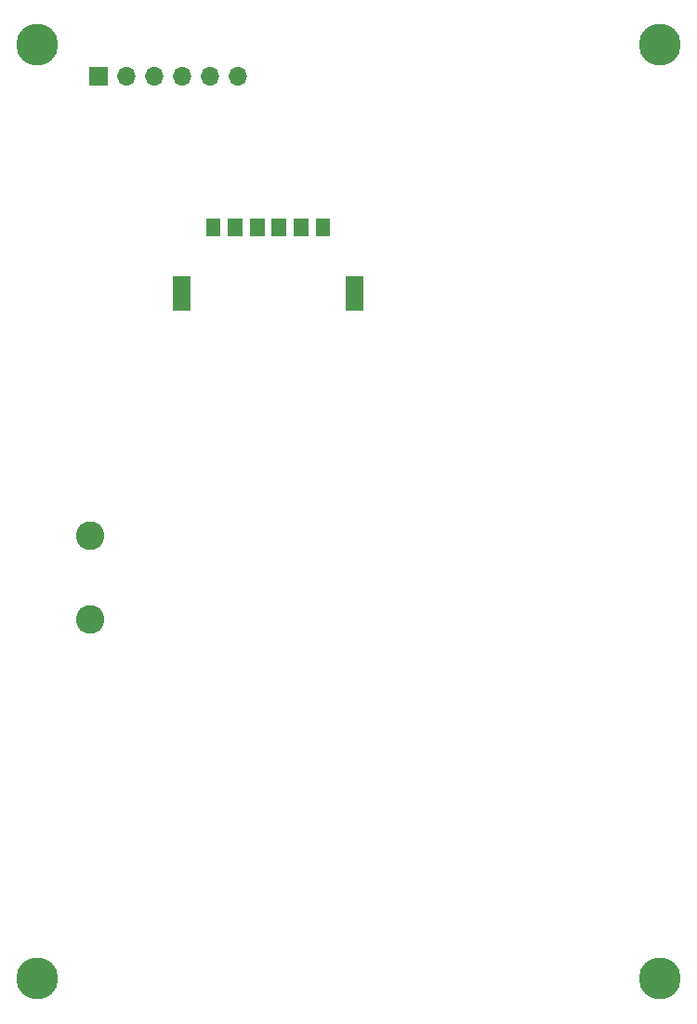
<source format=gbr>
%TF.GenerationSoftware,KiCad,Pcbnew,(6.0.5)*%
%TF.CreationDate,2022-08-19T16:14:06-07:00*%
%TF.ProjectId,Coil_Panels_Z,436f696c-5f50-4616-9e65-6c735f5a2e6b,rev?*%
%TF.SameCoordinates,Original*%
%TF.FileFunction,Soldermask,Bot*%
%TF.FilePolarity,Negative*%
%FSLAX46Y46*%
G04 Gerber Fmt 4.6, Leading zero omitted, Abs format (unit mm)*
G04 Created by KiCad (PCBNEW (6.0.5)) date 2022-08-19 16:14:06*
%MOMM*%
%LPD*%
G01*
G04 APERTURE LIST*
%ADD10C,0.010000*%
%ADD11C,2.600000*%
%ADD12C,3.800000*%
%ADD13R,1.700000X1.700000*%
%ADD14O,1.700000X1.700000*%
G04 APERTURE END LIST*
%TO.C,J2*%
G36*
X138306200Y-68921200D02*
G01*
X137053800Y-68921200D01*
X137053800Y-67318800D01*
X138306200Y-67318800D01*
X138306200Y-68921200D01*
G37*
D10*
X138306200Y-68921200D02*
X137053800Y-68921200D01*
X137053800Y-67318800D01*
X138306200Y-67318800D01*
X138306200Y-68921200D01*
G36*
X133536200Y-75621200D02*
G01*
X132033800Y-75621200D01*
X132033800Y-72568800D01*
X133536200Y-72568800D01*
X133536200Y-75621200D01*
G37*
X133536200Y-75621200D02*
X132033800Y-75621200D01*
X132033800Y-72568800D01*
X133536200Y-72568800D01*
X133536200Y-75621200D01*
G36*
X140306200Y-68921200D02*
G01*
X139053800Y-68921200D01*
X139053800Y-67318800D01*
X140306200Y-67318800D01*
X140306200Y-68921200D01*
G37*
X140306200Y-68921200D02*
X139053800Y-68921200D01*
X139053800Y-67318800D01*
X140306200Y-67318800D01*
X140306200Y-68921200D01*
G36*
X144306200Y-68921200D02*
G01*
X143053800Y-68921200D01*
X143053800Y-67318800D01*
X144306200Y-67318800D01*
X144306200Y-68921200D01*
G37*
X144306200Y-68921200D02*
X143053800Y-68921200D01*
X143053800Y-67318800D01*
X144306200Y-67318800D01*
X144306200Y-68921200D01*
G36*
X142306200Y-68921200D02*
G01*
X141053800Y-68921200D01*
X141053800Y-67318800D01*
X142306200Y-67318800D01*
X142306200Y-68921200D01*
G37*
X142306200Y-68921200D02*
X141053800Y-68921200D01*
X141053800Y-67318800D01*
X142306200Y-67318800D01*
X142306200Y-68921200D01*
G36*
X149326200Y-75621200D02*
G01*
X147823800Y-75621200D01*
X147823800Y-72568800D01*
X149326200Y-72568800D01*
X149326200Y-75621200D01*
G37*
X149326200Y-75621200D02*
X147823800Y-75621200D01*
X147823800Y-72568800D01*
X149326200Y-72568800D01*
X149326200Y-75621200D01*
G36*
X136306200Y-68921200D02*
G01*
X135053800Y-68921200D01*
X135053800Y-67318800D01*
X136306200Y-67318800D01*
X136306200Y-68921200D01*
G37*
X136306200Y-68921200D02*
X135053800Y-68921200D01*
X135053800Y-67318800D01*
X136306200Y-67318800D01*
X136306200Y-68921200D01*
G36*
X146306200Y-68921200D02*
G01*
X145053800Y-68921200D01*
X145053800Y-67318800D01*
X146306200Y-67318800D01*
X146306200Y-68921200D01*
G37*
X146306200Y-68921200D02*
X145053800Y-68921200D01*
X145053800Y-67318800D01*
X146306200Y-67318800D01*
X146306200Y-68921200D01*
%TD*%
D11*
%TO.C,H1*%
X119708000Y-136558000D03*
D12*
X119708000Y-136558000D03*
%TD*%
D11*
%TO.C,TP1*%
X124500000Y-96190000D03*
X124500000Y-103810000D03*
%TD*%
D13*
%TO.C,J1*%
X125310000Y-54370000D03*
D14*
X127850000Y-54370000D03*
X130390000Y-54370000D03*
X132930000Y-54370000D03*
X135470000Y-54370000D03*
X138010000Y-54370000D03*
%TD*%
D12*
%TO.C,H4*%
X176382000Y-136558000D03*
D11*
X176382000Y-136558000D03*
%TD*%
D12*
%TO.C,H2*%
X119708000Y-51558000D03*
D11*
X119708000Y-51558000D03*
%TD*%
%TO.C,H3*%
X176382000Y-51558000D03*
D12*
X176382000Y-51558000D03*
%TD*%
M02*

</source>
